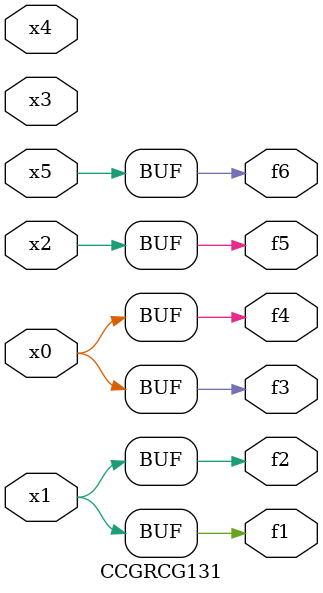
<source format=v>
module CCGRCG131(
	input x0, x1, x2, x3, x4, x5,
	output f1, f2, f3, f4, f5, f6
);
	assign f1 = x1;
	assign f2 = x1;
	assign f3 = x0;
	assign f4 = x0;
	assign f5 = x2;
	assign f6 = x5;
endmodule

</source>
